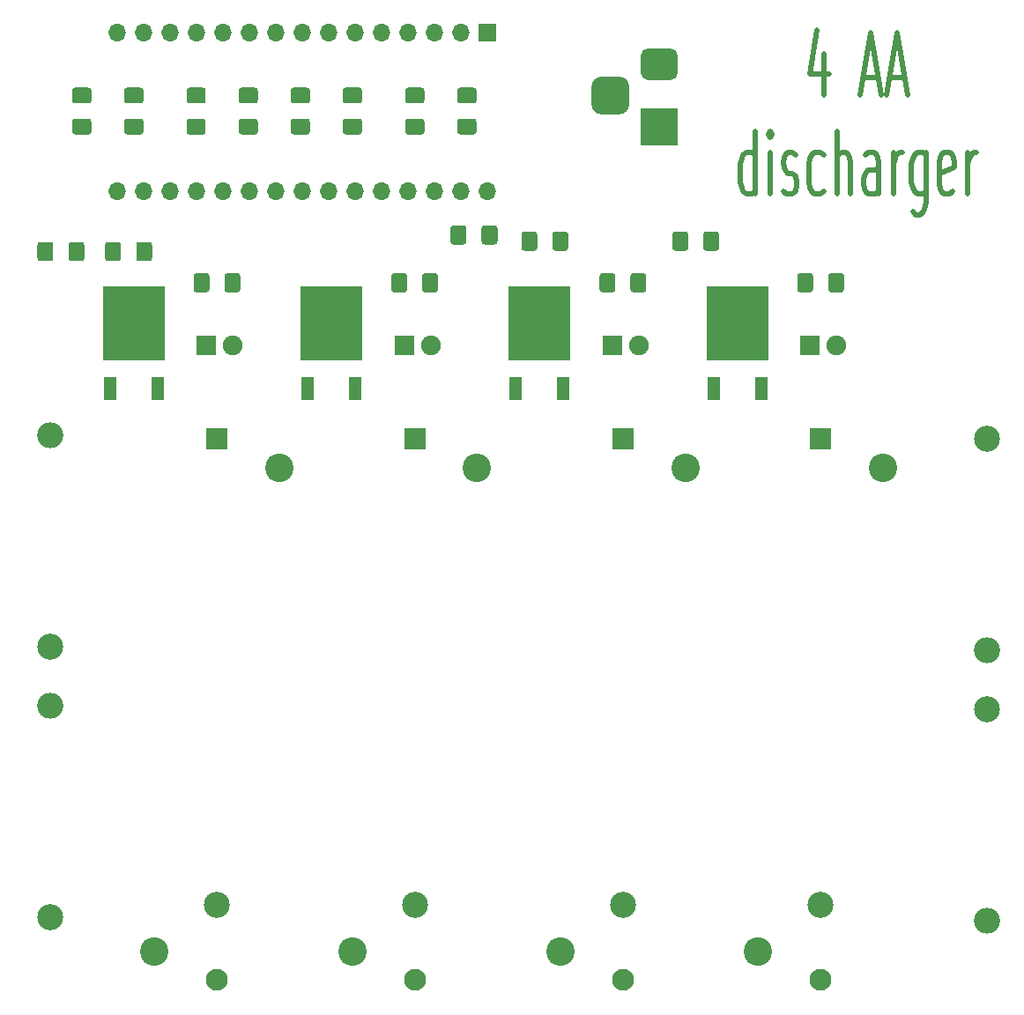
<source format=gbr>
G04 #@! TF.GenerationSoftware,KiCad,Pcbnew,(5.1.6)-1*
G04 #@! TF.CreationDate,2020-12-31T15:43:45+09:00*
G04 #@! TF.ProjectId,AA_discharger,41415f64-6973-4636-9861-726765722e6b,rev?*
G04 #@! TF.SameCoordinates,Original*
G04 #@! TF.FileFunction,Soldermask,Top*
G04 #@! TF.FilePolarity,Negative*
%FSLAX46Y46*%
G04 Gerber Fmt 4.6, Leading zero omitted, Abs format (unit mm)*
G04 Created by KiCad (PCBNEW (5.1.6)-1) date 2020-12-31 15:43:45*
%MOMM*%
%LPD*%
G01*
G04 APERTURE LIST*
%ADD10C,0.500000*%
%ADD11C,2.500000*%
%ADD12R,3.600000X3.600000*%
%ADD13R,5.900000X7.100000*%
%ADD14R,1.300000X2.300000*%
%ADD15R,2.100000X2.100000*%
%ADD16C,2.100000*%
%ADD17C,2.740000*%
%ADD18O,2.500000X2.500000*%
%ADD19C,1.900000*%
%ADD20R,1.900000X1.900000*%
%ADD21O,1.700000X1.700000*%
%ADD22R,1.700000X1.700000*%
G04 APERTURE END LIST*
D10*
X129357142Y-56964285D02*
X129357142Y-60964285D01*
X128642857Y-54678571D02*
X127928571Y-58964285D01*
X129785714Y-58964285D01*
X133071428Y-59250000D02*
X134500000Y-59250000D01*
X132785714Y-60964285D02*
X133785714Y-54964285D01*
X134785714Y-60964285D01*
X135642857Y-59250000D02*
X137071428Y-59250000D01*
X135357142Y-60964285D02*
X136357142Y-54964285D01*
X137357142Y-60964285D01*
X122714285Y-70464285D02*
X122714285Y-64464285D01*
X122714285Y-70178571D02*
X122428571Y-70464285D01*
X121857142Y-70464285D01*
X121571428Y-70178571D01*
X121428571Y-69892857D01*
X121285714Y-69321428D01*
X121285714Y-67607142D01*
X121428571Y-67035714D01*
X121571428Y-66750000D01*
X121857142Y-66464285D01*
X122428571Y-66464285D01*
X122714285Y-66750000D01*
X124142857Y-70464285D02*
X124142857Y-66464285D01*
X124142857Y-64464285D02*
X124000000Y-64750000D01*
X124142857Y-65035714D01*
X124285714Y-64750000D01*
X124142857Y-64464285D01*
X124142857Y-65035714D01*
X125428571Y-70178571D02*
X125714285Y-70464285D01*
X126285714Y-70464285D01*
X126571428Y-70178571D01*
X126714285Y-69607142D01*
X126714285Y-69321428D01*
X126571428Y-68750000D01*
X126285714Y-68464285D01*
X125857142Y-68464285D01*
X125571428Y-68178571D01*
X125428571Y-67607142D01*
X125428571Y-67321428D01*
X125571428Y-66750000D01*
X125857142Y-66464285D01*
X126285714Y-66464285D01*
X126571428Y-66750000D01*
X129285714Y-70178571D02*
X129000000Y-70464285D01*
X128428571Y-70464285D01*
X128142857Y-70178571D01*
X128000000Y-69892857D01*
X127857142Y-69321428D01*
X127857142Y-67607142D01*
X128000000Y-67035714D01*
X128142857Y-66750000D01*
X128428571Y-66464285D01*
X129000000Y-66464285D01*
X129285714Y-66750000D01*
X130571428Y-70464285D02*
X130571428Y-64464285D01*
X131857142Y-70464285D02*
X131857142Y-67321428D01*
X131714285Y-66750000D01*
X131428571Y-66464285D01*
X131000000Y-66464285D01*
X130714285Y-66750000D01*
X130571428Y-67035714D01*
X134571428Y-70464285D02*
X134571428Y-67321428D01*
X134428571Y-66750000D01*
X134142857Y-66464285D01*
X133571428Y-66464285D01*
X133285714Y-66750000D01*
X134571428Y-70178571D02*
X134285714Y-70464285D01*
X133571428Y-70464285D01*
X133285714Y-70178571D01*
X133142857Y-69607142D01*
X133142857Y-69035714D01*
X133285714Y-68464285D01*
X133571428Y-68178571D01*
X134285714Y-68178571D01*
X134571428Y-67892857D01*
X136000000Y-70464285D02*
X136000000Y-66464285D01*
X136000000Y-67607142D02*
X136142857Y-67035714D01*
X136285714Y-66750000D01*
X136571428Y-66464285D01*
X136857142Y-66464285D01*
X139142857Y-66464285D02*
X139142857Y-71321428D01*
X139000000Y-71892857D01*
X138857142Y-72178571D01*
X138571428Y-72464285D01*
X138142857Y-72464285D01*
X137857142Y-72178571D01*
X139142857Y-70178571D02*
X138857142Y-70464285D01*
X138285714Y-70464285D01*
X138000000Y-70178571D01*
X137857142Y-69892857D01*
X137714285Y-69321428D01*
X137714285Y-67607142D01*
X137857142Y-67035714D01*
X138000000Y-66750000D01*
X138285714Y-66464285D01*
X138857142Y-66464285D01*
X139142857Y-66750000D01*
X141714285Y-70178571D02*
X141428571Y-70464285D01*
X140857142Y-70464285D01*
X140571428Y-70178571D01*
X140428571Y-69607142D01*
X140428571Y-67321428D01*
X140571428Y-66750000D01*
X140857142Y-66464285D01*
X141428571Y-66464285D01*
X141714285Y-66750000D01*
X141857142Y-67321428D01*
X141857142Y-67892857D01*
X140428571Y-68464285D01*
X143142857Y-70464285D02*
X143142857Y-66464285D01*
X143142857Y-67607142D02*
X143285714Y-67035714D01*
X143428571Y-66750000D01*
X143714285Y-66464285D01*
X144000000Y-66464285D01*
G36*
G01*
X94975000Y-73742544D02*
X94975000Y-75057456D01*
G75*
G02*
X94707456Y-75325000I-267544J0D01*
G01*
X93717544Y-75325000D01*
G75*
G02*
X93450000Y-75057456I0J267544D01*
G01*
X93450000Y-73742544D01*
G75*
G02*
X93717544Y-73475000I267544J0D01*
G01*
X94707456Y-73475000D01*
G75*
G02*
X94975000Y-73742544I0J-267544D01*
G01*
G37*
G36*
G01*
X97950000Y-73742544D02*
X97950000Y-75057456D01*
G75*
G02*
X97682456Y-75325000I-267544J0D01*
G01*
X96692544Y-75325000D01*
G75*
G02*
X96425000Y-75057456I0J267544D01*
G01*
X96425000Y-73742544D01*
G75*
G02*
X96692544Y-73475000I267544J0D01*
G01*
X97682456Y-73475000D01*
G75*
G02*
X97950000Y-73742544I0J-267544D01*
G01*
G37*
D11*
X129000000Y-138750000D03*
X110000000Y-138750000D03*
X71000000Y-138750000D03*
X90000000Y-138750000D03*
G36*
G01*
X107900000Y-59200000D02*
X109700000Y-59200000D01*
G75*
G02*
X110600000Y-60100000I0J-900000D01*
G01*
X110600000Y-61900000D01*
G75*
G02*
X109700000Y-62800000I-900000J0D01*
G01*
X107900000Y-62800000D01*
G75*
G02*
X107000000Y-61900000I0J900000D01*
G01*
X107000000Y-60100000D01*
G75*
G02*
X107900000Y-59200000I900000J0D01*
G01*
G37*
G36*
G01*
X112475000Y-56450000D02*
X114525000Y-56450000D01*
G75*
G02*
X115300000Y-57225000I0J-775000D01*
G01*
X115300000Y-58775000D01*
G75*
G02*
X114525000Y-59550000I-775000J0D01*
G01*
X112475000Y-59550000D01*
G75*
G02*
X111700000Y-58775000I0J775000D01*
G01*
X111700000Y-57225000D01*
G75*
G02*
X112475000Y-56450000I775000J0D01*
G01*
G37*
D12*
X113500000Y-64000000D03*
D13*
X63000000Y-82900000D03*
D14*
X65280000Y-89200000D03*
X60720000Y-89200000D03*
D13*
X121000000Y-82900000D03*
D14*
X123280000Y-89200000D03*
X118720000Y-89200000D03*
D13*
X102000000Y-82900000D03*
D14*
X104280000Y-89200000D03*
X99720000Y-89200000D03*
D13*
X82000000Y-82900000D03*
D14*
X84280000Y-89200000D03*
X79720000Y-89200000D03*
D15*
X71000000Y-94000000D03*
D16*
X71000000Y-145990000D03*
D17*
X65005000Y-143230000D03*
X76995000Y-96750000D03*
G36*
G01*
X128275000Y-78342544D02*
X128275000Y-79657456D01*
G75*
G02*
X128007456Y-79925000I-267544J0D01*
G01*
X127017544Y-79925000D01*
G75*
G02*
X126750000Y-79657456I0J267544D01*
G01*
X126750000Y-78342544D01*
G75*
G02*
X127017544Y-78075000I267544J0D01*
G01*
X128007456Y-78075000D01*
G75*
G02*
X128275000Y-78342544I0J-267544D01*
G01*
G37*
G36*
G01*
X131250000Y-78342544D02*
X131250000Y-79657456D01*
G75*
G02*
X130982456Y-79925000I-267544J0D01*
G01*
X129992544Y-79925000D01*
G75*
G02*
X129725000Y-79657456I0J267544D01*
G01*
X129725000Y-78342544D01*
G75*
G02*
X129992544Y-78075000I267544J0D01*
G01*
X130982456Y-78075000D01*
G75*
G02*
X131250000Y-78342544I0J-267544D01*
G01*
G37*
G36*
G01*
X109275000Y-78342544D02*
X109275000Y-79657456D01*
G75*
G02*
X109007456Y-79925000I-267544J0D01*
G01*
X108017544Y-79925000D01*
G75*
G02*
X107750000Y-79657456I0J267544D01*
G01*
X107750000Y-78342544D01*
G75*
G02*
X108017544Y-78075000I267544J0D01*
G01*
X109007456Y-78075000D01*
G75*
G02*
X109275000Y-78342544I0J-267544D01*
G01*
G37*
G36*
G01*
X112250000Y-78342544D02*
X112250000Y-79657456D01*
G75*
G02*
X111982456Y-79925000I-267544J0D01*
G01*
X110992544Y-79925000D01*
G75*
G02*
X110725000Y-79657456I0J267544D01*
G01*
X110725000Y-78342544D01*
G75*
G02*
X110992544Y-78075000I267544J0D01*
G01*
X111982456Y-78075000D01*
G75*
G02*
X112250000Y-78342544I0J-267544D01*
G01*
G37*
G36*
G01*
X89275000Y-78342544D02*
X89275000Y-79657456D01*
G75*
G02*
X89007456Y-79925000I-267544J0D01*
G01*
X88017544Y-79925000D01*
G75*
G02*
X87750000Y-79657456I0J267544D01*
G01*
X87750000Y-78342544D01*
G75*
G02*
X88017544Y-78075000I267544J0D01*
G01*
X89007456Y-78075000D01*
G75*
G02*
X89275000Y-78342544I0J-267544D01*
G01*
G37*
G36*
G01*
X92250000Y-78342544D02*
X92250000Y-79657456D01*
G75*
G02*
X91982456Y-79925000I-267544J0D01*
G01*
X90992544Y-79925000D01*
G75*
G02*
X90725000Y-79657456I0J267544D01*
G01*
X90725000Y-78342544D01*
G75*
G02*
X90992544Y-78075000I267544J0D01*
G01*
X91982456Y-78075000D01*
G75*
G02*
X92250000Y-78342544I0J-267544D01*
G01*
G37*
G36*
G01*
X70275000Y-78342544D02*
X70275000Y-79657456D01*
G75*
G02*
X70007456Y-79925000I-267544J0D01*
G01*
X69017544Y-79925000D01*
G75*
G02*
X68750000Y-79657456I0J267544D01*
G01*
X68750000Y-78342544D01*
G75*
G02*
X69017544Y-78075000I267544J0D01*
G01*
X70007456Y-78075000D01*
G75*
G02*
X70275000Y-78342544I0J-267544D01*
G01*
G37*
G36*
G01*
X73250000Y-78342544D02*
X73250000Y-79657456D01*
G75*
G02*
X72982456Y-79925000I-267544J0D01*
G01*
X71992544Y-79925000D01*
G75*
G02*
X71725000Y-79657456I0J267544D01*
G01*
X71725000Y-78342544D01*
G75*
G02*
X71992544Y-78075000I267544J0D01*
G01*
X72982456Y-78075000D01*
G75*
G02*
X73250000Y-78342544I0J-267544D01*
G01*
G37*
G36*
G01*
X84657456Y-61775000D02*
X83342544Y-61775000D01*
G75*
G02*
X83075000Y-61507456I0J267544D01*
G01*
X83075000Y-60517544D01*
G75*
G02*
X83342544Y-60250000I267544J0D01*
G01*
X84657456Y-60250000D01*
G75*
G02*
X84925000Y-60517544I0J-267544D01*
G01*
X84925000Y-61507456D01*
G75*
G02*
X84657456Y-61775000I-267544J0D01*
G01*
G37*
G36*
G01*
X84657456Y-64750000D02*
X83342544Y-64750000D01*
G75*
G02*
X83075000Y-64482456I0J267544D01*
G01*
X83075000Y-63492544D01*
G75*
G02*
X83342544Y-63225000I267544J0D01*
G01*
X84657456Y-63225000D01*
G75*
G02*
X84925000Y-63492544I0J-267544D01*
G01*
X84925000Y-64482456D01*
G75*
G02*
X84657456Y-64750000I-267544J0D01*
G01*
G37*
D18*
X145000000Y-114320000D03*
D11*
X145000000Y-94000000D03*
G36*
G01*
X117725000Y-75657456D02*
X117725000Y-74342544D01*
G75*
G02*
X117992544Y-74075000I267544J0D01*
G01*
X118982456Y-74075000D01*
G75*
G02*
X119250000Y-74342544I0J-267544D01*
G01*
X119250000Y-75657456D01*
G75*
G02*
X118982456Y-75925000I-267544J0D01*
G01*
X117992544Y-75925000D01*
G75*
G02*
X117725000Y-75657456I0J267544D01*
G01*
G37*
G36*
G01*
X114750000Y-75657456D02*
X114750000Y-74342544D01*
G75*
G02*
X115017544Y-74075000I267544J0D01*
G01*
X116007456Y-74075000D01*
G75*
G02*
X116275000Y-74342544I0J-267544D01*
G01*
X116275000Y-75657456D01*
G75*
G02*
X116007456Y-75925000I-267544J0D01*
G01*
X115017544Y-75925000D01*
G75*
G02*
X114750000Y-75657456I0J267544D01*
G01*
G37*
G36*
G01*
X95657456Y-61775000D02*
X94342544Y-61775000D01*
G75*
G02*
X94075000Y-61507456I0J267544D01*
G01*
X94075000Y-60517544D01*
G75*
G02*
X94342544Y-60250000I267544J0D01*
G01*
X95657456Y-60250000D01*
G75*
G02*
X95925000Y-60517544I0J-267544D01*
G01*
X95925000Y-61507456D01*
G75*
G02*
X95657456Y-61775000I-267544J0D01*
G01*
G37*
G36*
G01*
X95657456Y-64750000D02*
X94342544Y-64750000D01*
G75*
G02*
X94075000Y-64482456I0J267544D01*
G01*
X94075000Y-63492544D01*
G75*
G02*
X94342544Y-63225000I267544J0D01*
G01*
X95657456Y-63225000D01*
G75*
G02*
X95925000Y-63492544I0J-267544D01*
G01*
X95925000Y-64482456D01*
G75*
G02*
X95657456Y-64750000I-267544J0D01*
G01*
G37*
G36*
G01*
X79657456Y-61775000D02*
X78342544Y-61775000D01*
G75*
G02*
X78075000Y-61507456I0J267544D01*
G01*
X78075000Y-60517544D01*
G75*
G02*
X78342544Y-60250000I267544J0D01*
G01*
X79657456Y-60250000D01*
G75*
G02*
X79925000Y-60517544I0J-267544D01*
G01*
X79925000Y-61507456D01*
G75*
G02*
X79657456Y-61775000I-267544J0D01*
G01*
G37*
G36*
G01*
X79657456Y-64750000D02*
X78342544Y-64750000D01*
G75*
G02*
X78075000Y-64482456I0J267544D01*
G01*
X78075000Y-63492544D01*
G75*
G02*
X78342544Y-63225000I267544J0D01*
G01*
X79657456Y-63225000D01*
G75*
G02*
X79925000Y-63492544I0J-267544D01*
G01*
X79925000Y-64482456D01*
G75*
G02*
X79657456Y-64750000I-267544J0D01*
G01*
G37*
D18*
X145000000Y-140320000D03*
D11*
X145000000Y-120000000D03*
G36*
G01*
X103225000Y-75657456D02*
X103225000Y-74342544D01*
G75*
G02*
X103492544Y-74075000I267544J0D01*
G01*
X104482456Y-74075000D01*
G75*
G02*
X104750000Y-74342544I0J-267544D01*
G01*
X104750000Y-75657456D01*
G75*
G02*
X104482456Y-75925000I-267544J0D01*
G01*
X103492544Y-75925000D01*
G75*
G02*
X103225000Y-75657456I0J267544D01*
G01*
G37*
G36*
G01*
X100250000Y-75657456D02*
X100250000Y-74342544D01*
G75*
G02*
X100517544Y-74075000I267544J0D01*
G01*
X101507456Y-74075000D01*
G75*
G02*
X101775000Y-74342544I0J-267544D01*
G01*
X101775000Y-75657456D01*
G75*
G02*
X101507456Y-75925000I-267544J0D01*
G01*
X100517544Y-75925000D01*
G75*
G02*
X100250000Y-75657456I0J267544D01*
G01*
G37*
G36*
G01*
X90657456Y-61775000D02*
X89342544Y-61775000D01*
G75*
G02*
X89075000Y-61507456I0J267544D01*
G01*
X89075000Y-60517544D01*
G75*
G02*
X89342544Y-60250000I267544J0D01*
G01*
X90657456Y-60250000D01*
G75*
G02*
X90925000Y-60517544I0J-267544D01*
G01*
X90925000Y-61507456D01*
G75*
G02*
X90657456Y-61775000I-267544J0D01*
G01*
G37*
G36*
G01*
X90657456Y-64750000D02*
X89342544Y-64750000D01*
G75*
G02*
X89075000Y-64482456I0J267544D01*
G01*
X89075000Y-63492544D01*
G75*
G02*
X89342544Y-63225000I267544J0D01*
G01*
X90657456Y-63225000D01*
G75*
G02*
X90925000Y-63492544I0J-267544D01*
G01*
X90925000Y-64482456D01*
G75*
G02*
X90657456Y-64750000I-267544J0D01*
G01*
G37*
G36*
G01*
X74657456Y-61775000D02*
X73342544Y-61775000D01*
G75*
G02*
X73075000Y-61507456I0J267544D01*
G01*
X73075000Y-60517544D01*
G75*
G02*
X73342544Y-60250000I267544J0D01*
G01*
X74657456Y-60250000D01*
G75*
G02*
X74925000Y-60517544I0J-267544D01*
G01*
X74925000Y-61507456D01*
G75*
G02*
X74657456Y-61775000I-267544J0D01*
G01*
G37*
G36*
G01*
X74657456Y-64750000D02*
X73342544Y-64750000D01*
G75*
G02*
X73075000Y-64482456I0J267544D01*
G01*
X73075000Y-63492544D01*
G75*
G02*
X73342544Y-63225000I267544J0D01*
G01*
X74657456Y-63225000D01*
G75*
G02*
X74925000Y-63492544I0J-267544D01*
G01*
X74925000Y-64482456D01*
G75*
G02*
X74657456Y-64750000I-267544J0D01*
G01*
G37*
D18*
X55000000Y-119680000D03*
D11*
X55000000Y-140000000D03*
G36*
G01*
X63237500Y-76657456D02*
X63237500Y-75342544D01*
G75*
G02*
X63505044Y-75075000I267544J0D01*
G01*
X64494956Y-75075000D01*
G75*
G02*
X64762500Y-75342544I0J-267544D01*
G01*
X64762500Y-76657456D01*
G75*
G02*
X64494956Y-76925000I-267544J0D01*
G01*
X63505044Y-76925000D01*
G75*
G02*
X63237500Y-76657456I0J267544D01*
G01*
G37*
G36*
G01*
X60262500Y-76657456D02*
X60262500Y-75342544D01*
G75*
G02*
X60530044Y-75075000I267544J0D01*
G01*
X61519956Y-75075000D01*
G75*
G02*
X61787500Y-75342544I0J-267544D01*
G01*
X61787500Y-76657456D01*
G75*
G02*
X61519956Y-76925000I-267544J0D01*
G01*
X60530044Y-76925000D01*
G75*
G02*
X60262500Y-76657456I0J267544D01*
G01*
G37*
G36*
G01*
X63657456Y-61775000D02*
X62342544Y-61775000D01*
G75*
G02*
X62075000Y-61507456I0J267544D01*
G01*
X62075000Y-60517544D01*
G75*
G02*
X62342544Y-60250000I267544J0D01*
G01*
X63657456Y-60250000D01*
G75*
G02*
X63925000Y-60517544I0J-267544D01*
G01*
X63925000Y-61507456D01*
G75*
G02*
X63657456Y-61775000I-267544J0D01*
G01*
G37*
G36*
G01*
X63657456Y-64750000D02*
X62342544Y-64750000D01*
G75*
G02*
X62075000Y-64482456I0J267544D01*
G01*
X62075000Y-63492544D01*
G75*
G02*
X62342544Y-63225000I267544J0D01*
G01*
X63657456Y-63225000D01*
G75*
G02*
X63925000Y-63492544I0J-267544D01*
G01*
X63925000Y-64482456D01*
G75*
G02*
X63657456Y-64750000I-267544J0D01*
G01*
G37*
G36*
G01*
X69657456Y-61775000D02*
X68342544Y-61775000D01*
G75*
G02*
X68075000Y-61507456I0J267544D01*
G01*
X68075000Y-60517544D01*
G75*
G02*
X68342544Y-60250000I267544J0D01*
G01*
X69657456Y-60250000D01*
G75*
G02*
X69925000Y-60517544I0J-267544D01*
G01*
X69925000Y-61507456D01*
G75*
G02*
X69657456Y-61775000I-267544J0D01*
G01*
G37*
G36*
G01*
X69657456Y-64750000D02*
X68342544Y-64750000D01*
G75*
G02*
X68075000Y-64482456I0J267544D01*
G01*
X68075000Y-63492544D01*
G75*
G02*
X68342544Y-63225000I267544J0D01*
G01*
X69657456Y-63225000D01*
G75*
G02*
X69925000Y-63492544I0J-267544D01*
G01*
X69925000Y-64482456D01*
G75*
G02*
X69657456Y-64750000I-267544J0D01*
G01*
G37*
D18*
X55000000Y-93680000D03*
D11*
X55000000Y-114000000D03*
G36*
G01*
X56725000Y-76657456D02*
X56725000Y-75342544D01*
G75*
G02*
X56992544Y-75075000I267544J0D01*
G01*
X57982456Y-75075000D01*
G75*
G02*
X58250000Y-75342544I0J-267544D01*
G01*
X58250000Y-76657456D01*
G75*
G02*
X57982456Y-76925000I-267544J0D01*
G01*
X56992544Y-76925000D01*
G75*
G02*
X56725000Y-76657456I0J267544D01*
G01*
G37*
G36*
G01*
X53750000Y-76657456D02*
X53750000Y-75342544D01*
G75*
G02*
X54017544Y-75075000I267544J0D01*
G01*
X55007456Y-75075000D01*
G75*
G02*
X55275000Y-75342544I0J-267544D01*
G01*
X55275000Y-76657456D01*
G75*
G02*
X55007456Y-76925000I-267544J0D01*
G01*
X54017544Y-76925000D01*
G75*
G02*
X53750000Y-76657456I0J267544D01*
G01*
G37*
G36*
G01*
X58657456Y-61775000D02*
X57342544Y-61775000D01*
G75*
G02*
X57075000Y-61507456I0J267544D01*
G01*
X57075000Y-60517544D01*
G75*
G02*
X57342544Y-60250000I267544J0D01*
G01*
X58657456Y-60250000D01*
G75*
G02*
X58925000Y-60517544I0J-267544D01*
G01*
X58925000Y-61507456D01*
G75*
G02*
X58657456Y-61775000I-267544J0D01*
G01*
G37*
G36*
G01*
X58657456Y-64750000D02*
X57342544Y-64750000D01*
G75*
G02*
X57075000Y-64482456I0J267544D01*
G01*
X57075000Y-63492544D01*
G75*
G02*
X57342544Y-63225000I267544J0D01*
G01*
X58657456Y-63225000D01*
G75*
G02*
X58925000Y-63492544I0J-267544D01*
G01*
X58925000Y-64482456D01*
G75*
G02*
X58657456Y-64750000I-267544J0D01*
G01*
G37*
D15*
X129000000Y-94000000D03*
D16*
X129000000Y-145990000D03*
D17*
X123005000Y-143230000D03*
X134995000Y-96750000D03*
D15*
X110000000Y-94000000D03*
D16*
X110000000Y-145990000D03*
D17*
X104005000Y-143230000D03*
X115995000Y-96750000D03*
D15*
X90000000Y-94000000D03*
D16*
X90000000Y-145990000D03*
D17*
X84005000Y-143230000D03*
X95995000Y-96750000D03*
D19*
X130540000Y-85000000D03*
D20*
X128000000Y-85000000D03*
D19*
X111540000Y-85000000D03*
D20*
X109000000Y-85000000D03*
D19*
X91540000Y-85000000D03*
D20*
X89000000Y-85000000D03*
D19*
X72540000Y-85000000D03*
D20*
X70000000Y-85000000D03*
D21*
X61440000Y-70240000D03*
X61440000Y-55000000D03*
X97000000Y-70240000D03*
X63980000Y-55000000D03*
X94460000Y-70240000D03*
X66520000Y-55000000D03*
X91920000Y-70240000D03*
X69060000Y-55000000D03*
X89380000Y-70240000D03*
X71600000Y-55000000D03*
X86840000Y-70240000D03*
X74140000Y-55000000D03*
X84300000Y-70240000D03*
X76680000Y-55000000D03*
X81760000Y-70240000D03*
X79220000Y-55000000D03*
X79220000Y-70240000D03*
X81760000Y-55000000D03*
X76680000Y-70240000D03*
X84300000Y-55000000D03*
X74140000Y-70240000D03*
X86840000Y-55000000D03*
X71600000Y-70240000D03*
X89380000Y-55000000D03*
X69060000Y-70240000D03*
X91920000Y-55000000D03*
X66520000Y-70240000D03*
X94460000Y-55000000D03*
X63980000Y-70240000D03*
D22*
X97000000Y-55000000D03*
M02*

</source>
